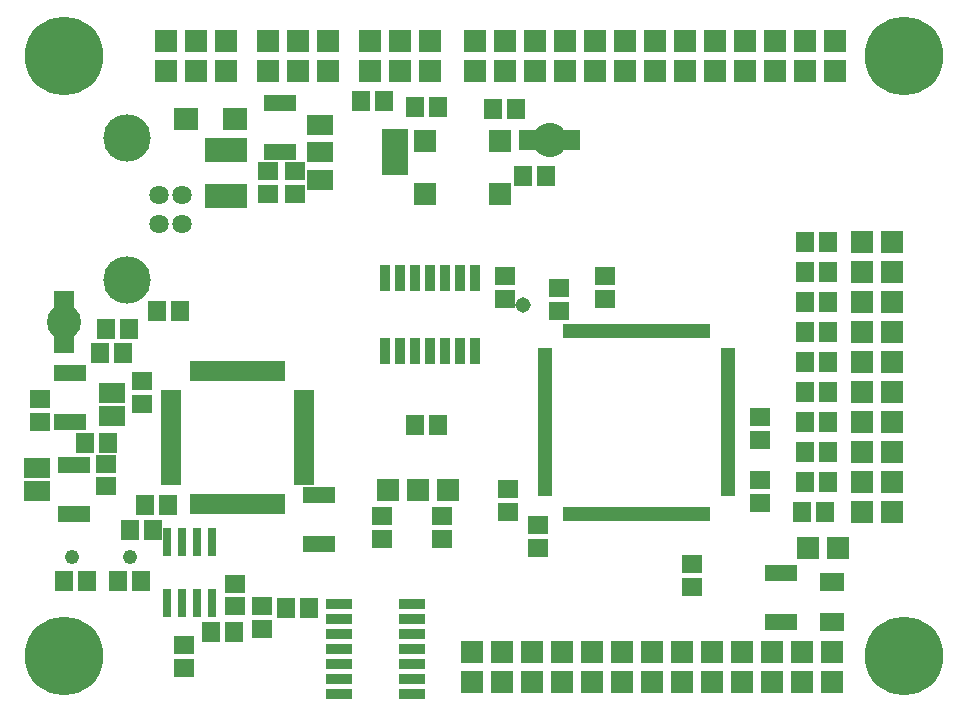
<source format=gbr>
G75*
G70*
%OFA0B0*%
%FSLAX24Y24*%
%IPPOS*%
%LPD*%
%AMOC8*
5,1,8,0,0,1.08239X$1,22.5*
%
%ADD10R,0.0316X0.0946*%
%ADD11R,0.0186X0.0651*%
%ADD12R,0.0651X0.0186*%
%ADD13R,0.0198X0.0474*%
%ADD14R,0.0474X0.0198*%
%ADD15R,0.0340X0.0880*%
%ADD16R,0.0880X0.0340*%
%ADD17R,0.0867X0.0671*%
%ADD18R,0.0867X0.1576*%
%ADD19C,0.0642*%
%ADD20C,0.1580*%
%ADD21R,0.0671X0.0592*%
%ADD22R,0.0592X0.0671*%
%ADD23R,0.0671X0.0671*%
%ADD24C,0.1143*%
%ADD25R,0.0730X0.0730*%
%ADD26R,0.0907X0.0671*%
%ADD27R,0.1080X0.0580*%
%ADD28C,0.0477*%
%ADD29R,0.0740X0.0740*%
%ADD30R,0.0789X0.0631*%
%ADD31R,0.1419X0.0828*%
%ADD32R,0.0789X0.0749*%
%ADD33C,0.2620*%
%ADD34C,0.0516*%
D10*
X006000Y004426D03*
X006500Y004426D03*
X007000Y004426D03*
X007500Y004426D03*
X007500Y006474D03*
X007000Y006474D03*
X006500Y006474D03*
X006000Y006474D03*
D11*
X006874Y007735D03*
X007070Y007735D03*
X007267Y007735D03*
X007464Y007735D03*
X007661Y007735D03*
X007858Y007735D03*
X008055Y007735D03*
X008252Y007735D03*
X008448Y007735D03*
X008645Y007735D03*
X008842Y007735D03*
X009039Y007735D03*
X009236Y007735D03*
X009433Y007735D03*
X009630Y007735D03*
X009826Y007735D03*
X009826Y012165D03*
X009630Y012165D03*
X009433Y012165D03*
X009236Y012165D03*
X009039Y012165D03*
X008842Y012165D03*
X008645Y012165D03*
X008448Y012165D03*
X008252Y012165D03*
X008055Y012165D03*
X007858Y012165D03*
X007661Y012165D03*
X007464Y012165D03*
X007267Y012165D03*
X007070Y012165D03*
X006874Y012165D03*
D12*
X006135Y011426D03*
X006135Y011230D03*
X006135Y011033D03*
X006135Y010836D03*
X006135Y010639D03*
X006135Y010442D03*
X006135Y010245D03*
X006135Y010048D03*
X006135Y009852D03*
X006135Y009655D03*
X006135Y009458D03*
X006135Y009261D03*
X006135Y009064D03*
X006135Y008867D03*
X006135Y008670D03*
X006135Y008474D03*
X010565Y008474D03*
X010565Y008670D03*
X010565Y008867D03*
X010565Y009064D03*
X010565Y009261D03*
X010565Y009458D03*
X010565Y009655D03*
X010565Y009852D03*
X010565Y010048D03*
X010565Y010245D03*
X010565Y010442D03*
X010565Y010639D03*
X010565Y010836D03*
X010565Y011033D03*
X010565Y011230D03*
X010565Y011426D03*
D13*
X019288Y013501D03*
X019485Y013501D03*
X019681Y013501D03*
X019878Y013501D03*
X020075Y013501D03*
X020272Y013501D03*
X020469Y013501D03*
X020666Y013501D03*
X020863Y013501D03*
X021059Y013501D03*
X021256Y013501D03*
X021453Y013501D03*
X021650Y013501D03*
X021847Y013501D03*
X022044Y013501D03*
X022241Y013501D03*
X022437Y013501D03*
X022634Y013501D03*
X022831Y013501D03*
X023028Y013501D03*
X023225Y013501D03*
X023422Y013501D03*
X023619Y013501D03*
X023815Y013501D03*
X024012Y013501D03*
X024012Y007399D03*
X023815Y007399D03*
X023619Y007399D03*
X023422Y007399D03*
X023225Y007399D03*
X023028Y007399D03*
X022831Y007399D03*
X022634Y007399D03*
X022437Y007399D03*
X022241Y007399D03*
X022044Y007399D03*
X021847Y007399D03*
X021650Y007399D03*
X021453Y007399D03*
X021256Y007399D03*
X021059Y007399D03*
X020863Y007399D03*
X020666Y007399D03*
X020469Y007399D03*
X020272Y007399D03*
X020075Y007399D03*
X019878Y007399D03*
X019681Y007399D03*
X019485Y007399D03*
X019288Y007399D03*
D14*
X018599Y008088D03*
X018599Y008285D03*
X018599Y008481D03*
X018599Y008678D03*
X018599Y008875D03*
X018599Y009072D03*
X018599Y009269D03*
X018599Y009466D03*
X018599Y009663D03*
X018599Y009859D03*
X018599Y010056D03*
X018599Y010253D03*
X018599Y010450D03*
X018599Y010647D03*
X018599Y010844D03*
X018599Y011041D03*
X018599Y011237D03*
X018599Y011434D03*
X018599Y011631D03*
X018599Y011828D03*
X018599Y012025D03*
X018599Y012222D03*
X018599Y012419D03*
X018599Y012615D03*
X018599Y012812D03*
X024701Y012812D03*
X024701Y012615D03*
X024701Y012419D03*
X024701Y012222D03*
X024701Y012025D03*
X024701Y011828D03*
X024701Y011631D03*
X024701Y011434D03*
X024701Y011237D03*
X024701Y011041D03*
X024701Y010844D03*
X024701Y010647D03*
X024701Y010450D03*
X024701Y010253D03*
X024701Y010056D03*
X024701Y009859D03*
X024701Y009663D03*
X024701Y009466D03*
X024701Y009269D03*
X024701Y009072D03*
X024701Y008875D03*
X024701Y008678D03*
X024701Y008481D03*
X024701Y008285D03*
X024701Y008088D03*
D15*
X016250Y012840D03*
X015750Y012840D03*
X015250Y012840D03*
X014750Y012840D03*
X014250Y012840D03*
X013750Y012840D03*
X013250Y012840D03*
X013250Y015260D03*
X013750Y015260D03*
X014250Y015260D03*
X014750Y015260D03*
X015250Y015260D03*
X015750Y015260D03*
X016250Y015260D03*
D16*
X014160Y004400D03*
X014160Y003900D03*
X014160Y003400D03*
X014160Y002900D03*
X014160Y002400D03*
X014160Y001900D03*
X014160Y001400D03*
X011740Y001400D03*
X011740Y001900D03*
X011740Y002400D03*
X011740Y002900D03*
X011740Y003400D03*
X011740Y003900D03*
X011740Y004400D03*
D17*
X011110Y018544D03*
X011110Y019450D03*
X011110Y020356D03*
D18*
X013590Y019450D03*
D19*
X006500Y018042D03*
X005713Y018042D03*
X005713Y017058D03*
X006500Y017058D03*
D20*
X004650Y015188D03*
X004650Y019912D03*
D21*
X009350Y018824D03*
X009350Y018076D03*
X010250Y018076D03*
X010250Y018824D03*
X017250Y015324D03*
X017250Y014576D03*
X019050Y014924D03*
X019050Y014176D03*
X020600Y014576D03*
X020600Y015324D03*
X025750Y010624D03*
X025750Y009876D03*
X025750Y008524D03*
X025750Y007776D03*
X023500Y005724D03*
X023500Y004976D03*
X018350Y006276D03*
X018350Y007024D03*
X017350Y007476D03*
X017350Y008224D03*
X015150Y007324D03*
X015150Y006576D03*
X013150Y006576D03*
X013150Y007324D03*
X009150Y004324D03*
X008250Y004326D03*
X008250Y005074D03*
X009150Y003576D03*
X006550Y003024D03*
X006550Y002276D03*
X003950Y008326D03*
X003950Y009074D03*
X001750Y010476D03*
X001750Y011224D03*
X005150Y011076D03*
X005150Y011824D03*
D22*
X004524Y012750D03*
X003776Y012750D03*
X003976Y013550D03*
X004724Y013550D03*
X005676Y014150D03*
X006424Y014150D03*
X004024Y009750D03*
X003276Y009750D03*
X005276Y007700D03*
X006024Y007700D03*
X005524Y006850D03*
X004776Y006850D03*
X005124Y005150D03*
X004376Y005150D03*
X003324Y005150D03*
X002576Y005150D03*
X007476Y003450D03*
X008224Y003450D03*
X009976Y004250D03*
X010724Y004250D03*
X014276Y010350D03*
X015024Y010350D03*
X017876Y018650D03*
X018624Y018650D03*
X017624Y020900D03*
X016876Y020900D03*
X015024Y020950D03*
X014276Y020950D03*
X013224Y021150D03*
X012476Y021150D03*
X027276Y016450D03*
X028024Y016450D03*
X028024Y015450D03*
X027276Y015450D03*
X027276Y014450D03*
X028024Y014450D03*
X028024Y013450D03*
X027276Y013450D03*
X027276Y012450D03*
X028024Y012450D03*
X028024Y011450D03*
X027276Y011450D03*
X027276Y010450D03*
X028024Y010450D03*
X028024Y009450D03*
X027276Y009450D03*
X027276Y008450D03*
X028024Y008450D03*
X027924Y007450D03*
X027176Y007450D03*
D23*
X019439Y019850D03*
X018061Y019850D03*
X002550Y014489D03*
X002550Y013111D03*
D24*
X002550Y013800D03*
X018750Y019850D03*
D25*
X018250Y022150D03*
X019250Y022150D03*
X019250Y023150D03*
X018250Y023150D03*
X017250Y023150D03*
X016250Y023150D03*
X016250Y022150D03*
X017250Y022150D03*
X014750Y022150D03*
X014750Y023150D03*
X013750Y023150D03*
X012750Y023150D03*
X012750Y022150D03*
X013750Y022150D03*
X011350Y022150D03*
X010350Y022150D03*
X009350Y022150D03*
X009350Y023150D03*
X010350Y023150D03*
X011350Y023150D03*
X007950Y023150D03*
X006950Y023150D03*
X005950Y023150D03*
X005950Y022150D03*
X006950Y022150D03*
X007950Y022150D03*
X020250Y022150D03*
X021250Y022150D03*
X022250Y022150D03*
X022250Y023150D03*
X021250Y023150D03*
X020250Y023150D03*
X023250Y023150D03*
X024250Y023150D03*
X025250Y023150D03*
X025250Y022150D03*
X024250Y022150D03*
X023250Y022150D03*
X026250Y022150D03*
X027250Y022150D03*
X027250Y023150D03*
X026250Y023150D03*
X028250Y023150D03*
X028250Y022150D03*
X029150Y016450D03*
X030150Y016450D03*
X030150Y015450D03*
X029150Y015450D03*
X029150Y014450D03*
X030150Y014450D03*
X030150Y013450D03*
X029150Y013450D03*
X029150Y012450D03*
X030150Y012450D03*
X030150Y011450D03*
X029150Y011450D03*
X029150Y010450D03*
X030150Y010450D03*
X030150Y009450D03*
X029150Y009450D03*
X029150Y008450D03*
X030150Y008450D03*
X030150Y007450D03*
X029150Y007450D03*
X028350Y006250D03*
X027350Y006250D03*
X027150Y002800D03*
X026150Y002800D03*
X026150Y001800D03*
X027150Y001800D03*
X028150Y001800D03*
X028150Y002800D03*
X025150Y002800D03*
X024150Y002800D03*
X024150Y001800D03*
X025150Y001800D03*
X023150Y001800D03*
X022150Y001800D03*
X021150Y001800D03*
X021150Y002800D03*
X022150Y002800D03*
X023150Y002800D03*
X020150Y002800D03*
X019150Y002800D03*
X018150Y002800D03*
X018150Y001800D03*
X019150Y001800D03*
X020150Y001800D03*
X017150Y001800D03*
X016150Y001800D03*
X016150Y002800D03*
X017150Y002800D03*
X015350Y008200D03*
X014350Y008200D03*
X013350Y008200D03*
D26*
X004150Y010656D03*
X004150Y011444D03*
X001650Y008944D03*
X001650Y008156D03*
D27*
X002900Y007400D03*
X002900Y009025D03*
X002750Y010475D03*
X002750Y012100D03*
X011050Y008025D03*
X011050Y006400D03*
X026450Y005425D03*
X026450Y003800D03*
X009750Y019475D03*
X009750Y021100D03*
D28*
X004761Y005950D03*
X002839Y005950D03*
D29*
X014610Y018064D03*
X014610Y019836D03*
X017090Y019836D03*
X017090Y018064D03*
D30*
X028150Y005119D03*
X028150Y003781D03*
D31*
X007950Y017982D03*
X007950Y019518D03*
D32*
X008257Y020550D03*
X006643Y020550D03*
D33*
X002550Y002650D03*
X002550Y022650D03*
X030550Y022650D03*
X030550Y002650D03*
D34*
X017850Y014350D03*
M02*

</source>
